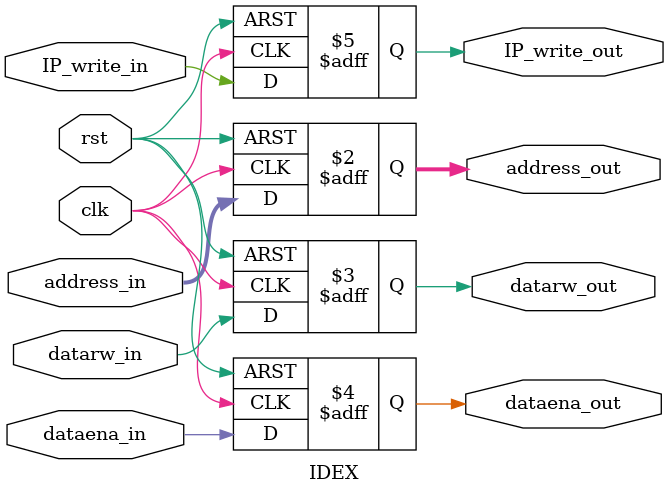
<source format=v>

`timescale 1ns/10ps
module IDEX(//output
			datarw_out,
			dataena_out,
			address_out,
			IP_write_out,
			
			//input
			address_in,
			datarw_in,
			dataena_in,
			IP_write_in,
			clk,
			rst
			);

input [19:0] address_in;
input datarw_in;
input dataena_in;
input IP_write_in;
input clk;
input rst;

output reg  [19:0] 	address_out;
output reg 	datarw_out;
output reg	dataena_out;
output reg	IP_write_out;


always @ (posedge clk or posedge rst)
begin
	if (rst) begin
		datarw_out = 0;
		dataena_out = 0;
		address_out = 19'd0;
		IP_write_out = 0;
		end
		else begin
		datarw_out = datarw_in;
		dataena_out = dataena_in;
		address_out = address_in;
		IP_write_out = IP_write_in;
		end
	end


endmodule
		
		
		
		
		
		
		
		
		
		
		
		
		
		
		
		
		
</source>
